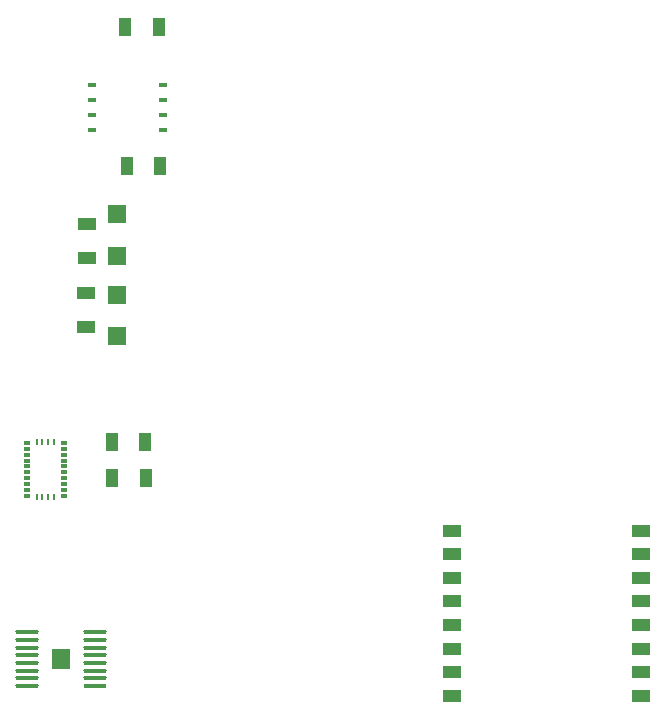
<source format=gtp>
G04*
G04 #@! TF.GenerationSoftware,Altium Limited,Altium Designer,24.7.2 (38)*
G04*
G04 Layer_Color=8421504*
%FSLAX42Y42*%
%MOMM*%
G71*
G04*
G04 #@! TF.SameCoordinates,CE458257-ED55-464B-8F26-E5EFE0AAFCD9*
G04*
G04*
G04 #@! TF.FilePolarity,Positive*
G04*
G01*
G75*
%ADD14R,1.50X1.81*%
%ADD15R,0.80X0.33*%
%ADD16R,1.52X1.00*%
%ADD17R,0.25X0.48*%
%ADD18R,0.48X0.35*%
%ADD19R,1.50X1.50*%
%ADD20R,1.10X1.65*%
%ADD21R,1.65X1.10*%
%ADD22R,1.96X0.42*%
G04:AMPARAMS|DCode=23|XSize=1.96mm|YSize=0.42mm|CornerRadius=0.21mm|HoleSize=0mm|Usage=FLASHONLY|Rotation=180.000|XOffset=0mm|YOffset=0mm|HoleType=Round|Shape=RoundedRectangle|*
%AMROUNDEDRECTD23*
21,1,1.96,0.00,0,0,180.0*
21,1,1.53,0.42,0,0,180.0*
1,1,0.42,-0.77,0.00*
1,1,0.42,0.77,0.00*
1,1,0.42,0.77,0.00*
1,1,0.42,-0.77,0.00*
%
%ADD23ROUNDEDRECTD23*%
D14*
X6940Y3970D02*
D03*
D15*
X7800Y8448D02*
D03*
Y8575D02*
D03*
Y8702D02*
D03*
X7200Y8448D02*
D03*
Y8575D02*
D03*
Y8702D02*
D03*
Y8829D02*
D03*
X7800D02*
D03*
D16*
X11850Y3657D02*
D03*
Y3857D02*
D03*
Y4057D02*
D03*
Y4257D02*
D03*
Y4457D02*
D03*
Y4657D02*
D03*
Y4857D02*
D03*
Y5057D02*
D03*
X10250Y3657D02*
D03*
Y3857D02*
D03*
Y4057D02*
D03*
Y4257D02*
D03*
Y4457D02*
D03*
Y4657D02*
D03*
Y4857D02*
D03*
Y5057D02*
D03*
D17*
X6829Y5344D02*
D03*
X6779D02*
D03*
X6729D02*
D03*
Y5806D02*
D03*
X6779D02*
D03*
X6829D02*
D03*
X6879D02*
D03*
Y5344D02*
D03*
D18*
X6960Y5800D02*
D03*
Y5750D02*
D03*
Y5700D02*
D03*
Y5650D02*
D03*
Y5600D02*
D03*
Y5550D02*
D03*
Y5500D02*
D03*
Y5450D02*
D03*
Y5400D02*
D03*
Y5350D02*
D03*
X6647D02*
D03*
Y5400D02*
D03*
Y5450D02*
D03*
Y5500D02*
D03*
Y5550D02*
D03*
Y5600D02*
D03*
Y5650D02*
D03*
Y5700D02*
D03*
Y5750D02*
D03*
Y5800D02*
D03*
D19*
X7410Y7055D02*
D03*
Y6705D02*
D03*
X7410Y7735D02*
D03*
Y7385D02*
D03*
D20*
X7651Y5810D02*
D03*
X7368Y5500D02*
D03*
X7653D02*
D03*
X7366Y5810D02*
D03*
X7776Y8140D02*
D03*
X7491D02*
D03*
X7768Y9325D02*
D03*
X7482D02*
D03*
D21*
X7160Y7368D02*
D03*
Y7653D02*
D03*
X7150Y7070D02*
D03*
Y6785D02*
D03*
D22*
X7228Y3742D02*
D03*
D23*
Y3808D02*
D03*
Y3872D02*
D03*
Y3938D02*
D03*
Y4003D02*
D03*
Y4067D02*
D03*
Y4133D02*
D03*
Y4197D02*
D03*
X6652D02*
D03*
Y4133D02*
D03*
Y4067D02*
D03*
Y4003D02*
D03*
Y3938D02*
D03*
Y3872D02*
D03*
Y3808D02*
D03*
Y3742D02*
D03*
M02*

</source>
